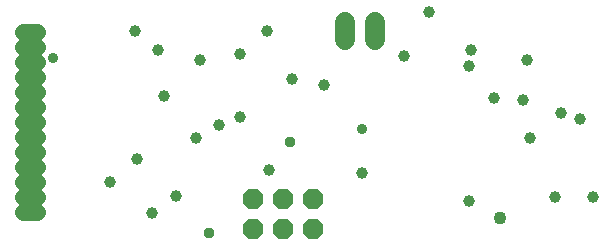
<source format=gbs>
G75*
%MOIN*%
%OFA0B0*%
%FSLAX25Y25*%
%IPPOS*%
%LPD*%
%AMOC8*
5,1,8,0,0,1.08239X$1,22.5*
%
%ADD10OC8,0.06800*%
%ADD11C,0.05556*%
%ADD12C,0.06800*%
%ADD13C,0.04343*%
%ADD14C,0.03600*%
%ADD15C,0.03900*%
%ADD16C,0.03700*%
D10*
X0100406Y0015167D03*
X0110406Y0015167D03*
X0120406Y0015167D03*
X0120406Y0025167D03*
X0110406Y0025167D03*
X0100406Y0025167D03*
D11*
X0028471Y0020957D02*
X0023715Y0020957D01*
X0023715Y0025957D02*
X0028471Y0025957D01*
X0028471Y0030957D02*
X0023715Y0030957D01*
X0023715Y0035957D02*
X0028471Y0035957D01*
X0028471Y0040957D02*
X0023715Y0040957D01*
X0023715Y0045957D02*
X0028471Y0045957D01*
X0028471Y0050957D02*
X0023715Y0050957D01*
X0023715Y0055957D02*
X0028471Y0055957D01*
X0028471Y0060957D02*
X0023715Y0060957D01*
X0023715Y0065957D02*
X0028471Y0065957D01*
X0028471Y0070957D02*
X0023715Y0070957D01*
X0023715Y0075957D02*
X0028471Y0075957D01*
X0028471Y0080957D02*
X0023715Y0080957D01*
D12*
X0130979Y0078177D02*
X0130979Y0084177D01*
X0140979Y0084177D02*
X0140979Y0078177D01*
D13*
X0182780Y0019022D03*
D14*
X0136580Y0048422D03*
X0033680Y0072222D03*
D15*
X0060980Y0081322D03*
X0068680Y0075022D03*
X0082680Y0071522D03*
X0095980Y0073622D03*
X0105080Y0081322D03*
X0113480Y0065222D03*
X0123980Y0063122D03*
X0150580Y0072922D03*
X0172280Y0069422D03*
X0172980Y0075022D03*
X0191880Y0071522D03*
X0190480Y0058222D03*
X0180680Y0058922D03*
X0203080Y0054022D03*
X0209380Y0051922D03*
X0192580Y0045622D03*
X0200980Y0026022D03*
X0213580Y0026022D03*
X0172280Y0024622D03*
X0136580Y0033722D03*
X0105680Y0034822D03*
X0081280Y0045622D03*
X0088980Y0049822D03*
X0095980Y0052622D03*
X0070780Y0059622D03*
X0061680Y0038622D03*
X0052580Y0030922D03*
X0066580Y0020422D03*
X0074880Y0026222D03*
X0158980Y0087622D03*
D16*
X0112878Y0044359D03*
X0085778Y0013859D03*
M02*

</source>
